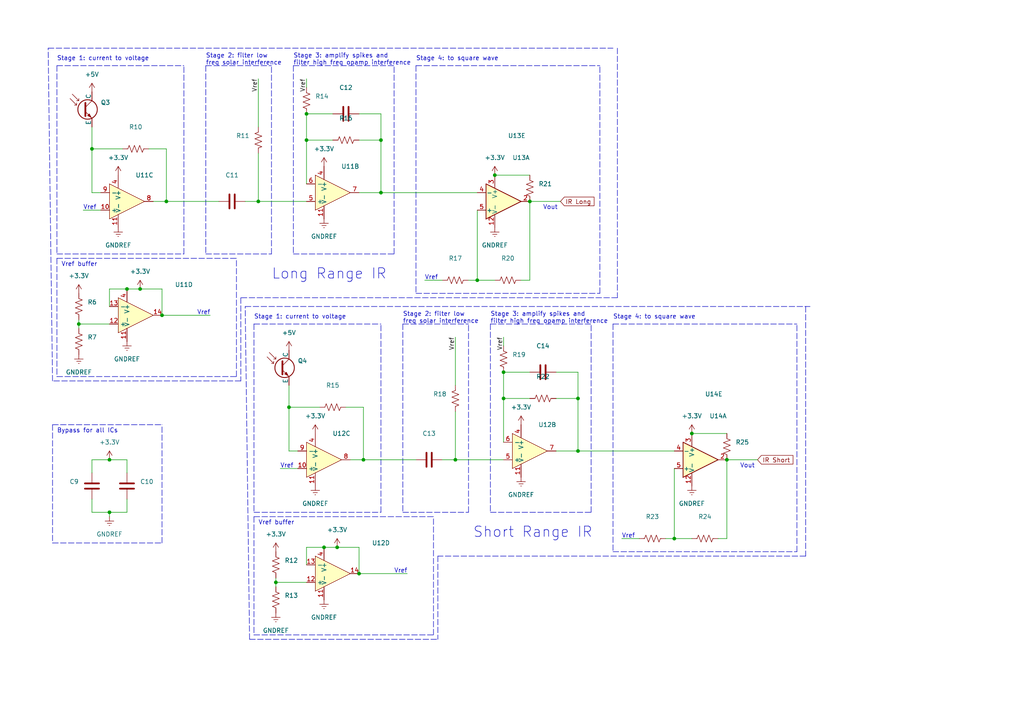
<source format=kicad_sch>
(kicad_sch (version 20211123) (generator eeschema)
  (paper "A4")
  (lib_symbols
    (symbol "ME218_BaseLib:Cap" (pin_numbers hide) (pin_names (offset 0.254))
      (property "Reference" "C" (at 0.635 2.54 0))
      (property "Value" "Cap" (at 0.635 -2.54 0))
      (symbol "Cap_0_1"
        (polyline (pts (xy -2.032 -0.762) (xy 2.032 -0.762)) (stroke (width 0.508)))
        (polyline (pts (xy -2.032 0.762) (xy 2.032 0.762)) (stroke (width 0.508)))
      )
      (symbol "Cap_1_1"
        (pin passive line (at 0 3.81 270) (length 2.794) (name "~") (number "1"))
        (pin passive line (at 0 -3.81 90) (length 2.794) (name "~") (number "2"))
      )
    )
    (symbol "ME218_BaseLib:LM339AN" (pin_names (offset 0.127))
      (property "Reference" "U" (at 0 5.08 0))
      (property "Value" "LM339AN" (at 0 -5.08 0))
      (symbol "LM339AN_1_1"
        (polyline (pts (xy -5.08 5.08) (xy 5.08 0) (xy -5.08 -5.08) (xy -5.08 5.08)) (stroke (width 0.254)) (fill (type background)))
        (pin open_collector line (at 7.62 0 180) (length 2.54) (name "~") (number "2"))
        (pin input line (at -7.62 -2.54 0) (length 2.54) (name "-") (number "4"))
        (pin input line (at -7.62 2.54 0) (length 2.54) (name "+") (number "5"))
      )
      (symbol "LM339AN_2_1"
        (polyline (pts (xy -5.08 5.08) (xy 5.08 0) (xy -5.08 -5.08) (xy -5.08 5.08)) (stroke (width 0.254)) (fill (type background)))
        (pin open_collector line (at 7.62 0 180) (length 2.54) (name "~") (number "1"))
        (pin input line (at -7.62 -2.54 0) (length 2.54) (name "-") (number "6"))
        (pin input line (at -7.62 2.54 0) (length 2.54) (name "+") (number "7"))
      )
      (symbol "LM339AN_3_1"
        (polyline (pts (xy -5.08 5.08) (xy 5.08 0) (xy -5.08 -5.08) (xy -5.08 5.08)) (stroke (width 0.254)) (fill (type background)))
        (pin input line (at -7.62 -2.54 0) (length 2.54) (name "-") (number "10"))
        (pin input line (at -7.62 2.54 0) (length 2.54) (name "+") (number "11"))
        (pin open_collector line (at 7.62 0 180) (length 2.54) (name "~") (number "13"))
      )
      (symbol "LM339AN_4_1"
        (polyline (pts (xy -5.08 5.08) (xy 5.08 0) (xy -5.08 -5.08) (xy -5.08 5.08)) (stroke (width 0.254)) (fill (type background)))
        (pin open_collector line (at 7.62 0 180) (length 2.54) (name "~") (number "14"))
        (pin input line (at -7.62 -2.54 0) (length 2.54) (name "-") (number "8"))
        (pin input line (at -7.62 2.54 0) (length 2.54) (name "+") (number "9"))
      )
      (symbol "LM339AN_5_1"
        (pin power_in line (at -2.54 -7.62 90) (length 3.81) (name "V-") (number "12"))
        (pin power_in line (at -2.54 7.62 270) (length 3.81) (name "V+") (number "3"))
      )
    )
    (symbol "ME218_BaseLib:MCP6294"
      (property "Reference" "U" (at 1.27 5.08 0))
      (property "Value" "MCP6294" (at 3.81 -5.08 0))
      (symbol "MCP6294_0_1"
        (polyline (pts (xy -5.08 5.08) (xy 5.08 0) (xy -5.08 -5.08) (xy -5.08 5.08)) (stroke (width 0.1524)) (fill (type background)))
        (pin power_in line (at -2.54 -7.62 90) (length 3.81) (name "V-") (number "11"))
        (pin power_in line (at -2.54 7.62 270) (length 3.81) (name "V+") (number "4"))
      )
      (symbol "MCP6294_1_1"
        (pin output line (at 7.62 0 180) (length 2.54) (name "~") (number "1"))
        (pin input line (at -7.62 2.54 0) (length 2.54) (name "-") (number "2"))
        (pin input line (at -7.62 -2.54 0) (length 2.54) (name "+") (number "3"))
      )
      (symbol "MCP6294_2_1"
        (pin input line (at -7.62 -2.54 0) (length 2.54) (name "+") (number "5"))
        (pin input line (at -7.62 2.54 0) (length 2.54) (name "-") (number "6"))
        (pin output line (at 7.62 0 180) (length 2.54) (name "~") (number "7"))
      )
      (symbol "MCP6294_3_1"
        (pin input line (at -7.62 -2.54 0) (length 2.54) (name "+") (number "10"))
        (pin output line (at 7.62 0 180) (length 2.54) (name "~") (number "8"))
        (pin input line (at -7.62 2.54 0) (length 2.54) (name "-") (number "9"))
      )
      (symbol "MCP6294_4_1"
        (pin input line (at -7.62 -2.54 0) (length 2.54) (name "+") (number "12"))
        (pin input line (at -7.62 2.54 0) (length 2.54) (name "-") (number "13"))
        (pin output line (at 7.62 0 180) (length 2.54) (name "~") (number "14"))
      )
    )
    (symbol "ME218_BaseLib:Photo_NPN" (pin_numbers hide) (pin_names (offset 0))
      (property "Reference" "Q" (at 5.08 1.27 0))
      (property "Value" "Photo_NPN" (at 5.08 -1.27 0))
      (symbol "Photo_NPN_0_1"
        (polyline (pts (xy -1.905 1.27) (xy -2.54 1.27)))
        (polyline (pts (xy -1.27 2.54) (xy -1.905 2.54)))
        (polyline (pts (xy 0.635 0.635) (xy 2.54 2.54)))
        (polyline (pts (xy -3.81 3.175) (xy -1.905 1.27) (xy -1.905 1.905)))
        (polyline (pts (xy -3.175 4.445) (xy -1.27 2.54) (xy -1.27 3.175)))
        (polyline (pts (xy 0.635 -0.635) (xy 2.54 -2.54) (xy 2.54 -2.54)))
        (polyline (pts (xy 0.635 1.905) (xy 0.635 -1.905) (xy 0.635 -1.905)) (stroke (width 0.508)))
        (polyline (pts (xy 1.27 -1.778) (xy 1.778 -1.27) (xy 2.286 -2.286) (xy 1.27 -1.778) (xy 1.27 -1.778)) (fill (type outline)))
        (circle (center 1.27 0) (radius 2.8194) (stroke (width 0.254)))
      )
      (symbol "Photo_NPN_1_1"
        (pin passive line (at 2.54 5.08 270) (length 2.54) (name "C") (number "1"))
        (pin passive line (at 2.54 -5.08 90) (length 2.54) (name "E") (number "2"))
      )
    )
    (symbol "ME218_BaseLib:Res1" (pin_numbers hide) (pin_names (offset 0))
      (property "Reference" "R" (at 2.54 0 90))
      (property "Value" "Res1" (at -2.54 0 90))
      (symbol "Res1_0_1"
        (polyline (pts (xy 0 -2.286) (xy 0 -2.54)))
        (polyline (pts (xy 0 2.286) (xy 0 2.54)))
        (polyline (pts (xy 0 -0.762) (xy 1.016 -1.143) (xy 0 -1.524) (xy -1.016 -1.905) (xy 0 -2.286)))
        (polyline (pts (xy 0 0.762) (xy 1.016 0.381) (xy 0 0) (xy -1.016 -0.381) (xy 0 -0.762)))
        (polyline (pts (xy 0 2.286) (xy 1.016 1.905) (xy 0 1.524) (xy -1.016 1.143) (xy 0 0.762)))
      )
      (symbol "Res1_1_1"
        (pin passive line (at 0 3.81 270) (length 1.27) (name "~") (number "1"))
        (pin passive line (at 0 -3.81 90) (length 1.27) (name "~") (number "2"))
      )
    )
    (symbol "power:+3.3V" (power) (pin_names (offset 0))
      (property "Value" "+3.3V" (at 0 3.556 0))
      (symbol "+3.3V_0_1"
        (polyline (pts (xy -0.762 1.27) (xy 0 2.54)))
        (polyline (pts (xy 0 0) (xy 0 2.54)))
        (polyline (pts (xy 0 2.54) (xy 0.762 1.27)))
      )
      (symbol "+3.3V_1_1"
        (pin power_in line (at 0 0 90) (length 0) hide (name "+3.3V") (number "1"))
      )
    )
    (symbol "power:+5V" (power) (pin_names (offset 0))
      (property "Value" "+5V" (at 0 3.556 0))
      (symbol "+5V_0_1"
        (polyline (pts (xy -0.762 1.27) (xy 0 2.54)))
        (polyline (pts (xy 0 0) (xy 0 2.54)))
        (polyline (pts (xy 0 2.54) (xy 0.762 1.27)))
      )
      (symbol "+5V_1_1"
        (pin power_in line (at 0 0 90) (length 0) hide (name "+5V") (number "1"))
      )
    )
    (symbol "power:GNDREF" (power) (pin_names (offset 0))
      (property "Value" "GNDREF" (at 0 -3.81 0))
      (symbol "GNDREF_0_1"
        (polyline (pts (xy -0.635 -1.905) (xy 0.635 -1.905)))
        (polyline (pts (xy -0.127 -2.54) (xy 0.127 -2.54)))
        (polyline (pts (xy 0 -1.27) (xy 0 0)))
        (polyline (pts (xy 1.27 -1.27) (xy -1.27 -1.27)))
      )
      (symbol "GNDREF_1_1"
        (pin power_in line (at 0 0 270) (length 0) hide (name "GNDREF") (number "1"))
      )
    )
  )
  (junction (at 200.66 125.73))
  (junction (at 110.49 55.88))
  (junction (at 143.51 50.8))
  (junction (at 195.58 156.21))
  (junction (at 46.99 91.44))
  (junction (at 40.64 83.82))
  (junction (at 138.43 81.28))
  (junction (at 80.01 168.91))
  (junction (at 74.93 58.42))
  (junction (at 110.49 40.64))
  (junction (at 167.64 115.57))
  (junction (at 105.41 133.35))
  (junction (at 22.86 93.98))
  (junction (at 146.05 107.95))
  (junction (at 104.14 166.37))
  (junction (at 97.79 158.75))
  (junction (at 83.82 118.11))
  (junction (at 36.83 83.82))
  (junction (at 210.82 133.35))
  (junction (at 167.64 130.81))
  (junction (at 146.05 115.57))
  (junction (at 153.67 58.42))
  (junction (at 31.75 133.35))
  (junction (at 88.9 40.64))
  (junction (at 48.26 58.42))
  (junction (at 132.08 133.35))
  (junction (at 26.67 43.18))
  (junction (at 31.75 148.59))
  (junction (at 93.98 158.75))
  (junction (at 88.9 33.02))
  (wire (pts (xy 74.93 58.42) (xy 88.9 58.42)))
  (polyline (pts (xy 16.51 73.66) (xy 53.34 73.66)))
  (wire (pts (xy 88.9 40.64) (xy 96.52 40.64)))
  (polyline (pts (xy 69.85 86.36) (xy 69.85 110.49)))
  (wire (pts (xy 31.75 83.82) (xy 36.83 83.82)))
  (wire (pts (xy 81.28 135.89) (xy 86.36 135.89)))
  (polyline (pts (xy 68.58 109.22) (xy 68.58 74.93)))
  (wire (pts (xy 105.41 118.11) (xy 105.41 133.35)))
  (polyline (pts (xy 116.84 93.98) (xy 116.84 148.59)))
  (wire (pts (xy 132.08 119.38) (xy 132.08 133.35)))
  (wire (pts (xy 97.79 158.75) (xy 104.14 158.75)))
  (polyline (pts (xy 73.66 149.86) (xy 125.73 149.86)))
  (wire (pts (xy 146.05 128.27) (xy 146.05 115.57)))
  (wire (pts (xy 128.27 133.35) (xy 132.08 133.35)))
  (wire (pts (xy 43.18 43.18) (xy 48.26 43.18)))
  (wire (pts (xy 161.29 115.57) (xy 167.64 115.57)))
  (polyline (pts (xy 15.24 123.19) (xy 15.24 157.48)))
  (polyline (pts (xy 142.24 93.98) (xy 142.24 148.59)))
  (polyline (pts (xy 142.24 93.98) (xy 171.45 93.98)))
  (polyline (pts (xy 53.34 73.66) (xy 53.34 19.05)))
  (wire (pts (xy 151.13 81.28) (xy 153.67 81.28)))
  (polyline (pts (xy 110.49 86.36) (xy 69.85 86.36)))
  (wire (pts (xy 110.49 55.88) (xy 138.43 55.88)))
  (wire (pts (xy 83.82 118.11) (xy 83.82 130.81)))
  (wire (pts (xy 80.01 167.64) (xy 80.01 168.91)))
  (wire (pts (xy 210.82 133.35) (xy 219.71 133.35)))
  (wire (pts (xy 26.67 148.59) (xy 31.75 148.59)))
  (wire (pts (xy 100.33 118.11) (xy 105.41 118.11)))
  (wire (pts (xy 83.82 130.81) (xy 86.36 130.81)))
  (wire (pts (xy 36.83 144.78) (xy 36.83 148.59)))
  (wire (pts (xy 104.14 158.75) (xy 104.14 166.37)))
  (wire (pts (xy 195.58 135.89) (xy 195.58 156.21)))
  (wire (pts (xy 26.67 36.83) (xy 26.67 43.18)))
  (polyline (pts (xy 173.99 85.09) (xy 173.99 19.05)))
  (polyline (pts (xy 233.68 161.29) (xy 127 161.29)))
  (wire (pts (xy 93.98 158.75) (xy 97.79 158.75)))
  (wire (pts (xy 31.75 88.9) (xy 31.75 83.82)))
  (polyline (pts (xy 72.39 185.42) (xy 127 185.42)))
  (wire (pts (xy 31.75 148.59) (xy 36.83 148.59)))
  (wire (pts (xy 153.67 58.42) (xy 153.67 81.28)))
  (polyline (pts (xy 73.66 93.98) (xy 73.66 148.59)))
  (polyline (pts (xy 16.51 19.05) (xy 16.51 73.66)))
  (wire (pts (xy 104.14 40.64) (xy 110.49 40.64)))
  (wire (pts (xy 143.51 50.8) (xy 153.67 50.8)))
  (polyline (pts (xy 85.09 19.05) (xy 114.3 19.05)))
  (polyline (pts (xy 16.51 74.93) (xy 16.51 109.22)))
  (polyline (pts (xy 85.09 19.05) (xy 85.09 73.66)))
  (polyline (pts (xy 16.51 74.93) (xy 68.58 74.93)))
  (wire (pts (xy 104.14 55.88) (xy 110.49 55.88)))
  (polyline (pts (xy 116.84 148.59) (xy 135.89 148.59)))
  (wire (pts (xy 210.82 133.35) (xy 210.82 156.21)))
  (polyline (pts (xy 59.69 19.05) (xy 59.69 73.66)))
  (wire (pts (xy 46.99 91.44) (xy 60.96 91.44)))
  (wire (pts (xy 22.86 93.98) (xy 22.86 95.25)))
  (polyline (pts (xy 120.65 19.05) (xy 173.99 19.05)))
  (polyline (pts (xy 135.89 148.59) (xy 135.89 93.98)))
  (wire (pts (xy 104.14 166.37) (xy 118.11 166.37)))
  (polyline (pts (xy 72.39 185.42) (xy 71.12 88.9)))
  (polyline (pts (xy 15.24 110.49) (xy 13.97 13.97)))
  (wire (pts (xy 74.93 44.45) (xy 74.93 58.42)))
  (wire (pts (xy 167.64 107.95) (xy 167.64 115.57)))
  (wire (pts (xy 88.9 158.75) (xy 93.98 158.75)))
  (wire (pts (xy 138.43 60.96) (xy 138.43 81.28)))
  (wire (pts (xy 31.75 149.86) (xy 31.75 148.59)))
  (wire (pts (xy 123.19 81.28) (xy 128.27 81.28)))
  (polyline (pts (xy 59.69 19.05) (xy 78.74 19.05)))
  (polyline (pts (xy 127 161.29) (xy 127 185.42)))
  (polyline (pts (xy 46.99 157.48) (xy 46.99 123.19)))
  (wire (pts (xy 200.66 125.73) (xy 210.82 125.73)))
  (wire (pts (xy 22.86 92.71) (xy 22.86 93.98)))
  (wire (pts (xy 132.08 97.79) (xy 132.08 111.76)))
  (wire (pts (xy 101.6 133.35) (xy 105.41 133.35)))
  (polyline (pts (xy 125.73 184.15) (xy 125.73 149.86)))
  (wire (pts (xy 26.67 55.88) (xy 29.21 55.88)))
  (wire (pts (xy 167.64 130.81) (xy 195.58 130.81)))
  (wire (pts (xy 26.67 43.18) (xy 35.56 43.18)))
  (polyline (pts (xy 179.07 86.36) (xy 109.22 86.36)))
  (polyline (pts (xy 177.8 93.98) (xy 231.14 93.98)))
  (wire (pts (xy 110.49 33.02) (xy 110.49 40.64)))
  (polyline (pts (xy 78.74 73.66) (xy 78.74 19.05)))
  (wire (pts (xy 167.64 115.57) (xy 167.64 130.81)))
  (polyline (pts (xy 120.65 19.05) (xy 120.65 85.09)))
  (polyline (pts (xy 142.24 148.59) (xy 171.45 148.59)))
  (polyline (pts (xy 73.66 93.98) (xy 110.49 93.98)))
  (wire (pts (xy 104.14 33.02) (xy 110.49 33.02)))
  (polyline (pts (xy 16.51 109.22) (xy 68.58 109.22)))
  (polyline (pts (xy 15.24 157.48) (xy 46.99 157.48)))
  (wire (pts (xy 146.05 107.95) (xy 146.05 115.57)))
  (wire (pts (xy 105.41 133.35) (xy 120.65 133.35)))
  (wire (pts (xy 26.67 144.78) (xy 26.67 148.59)))
  (polyline (pts (xy 231.14 160.02) (xy 231.14 93.98)))
  (polyline (pts (xy 171.45 148.59) (xy 171.45 93.98)))
  (polyline (pts (xy 71.12 88.9) (xy 234.95 88.9)))
  (wire (pts (xy 110.49 40.64) (xy 110.49 55.88)))
  (wire (pts (xy 48.26 58.42) (xy 63.5 58.42)))
  (wire (pts (xy 193.04 156.21) (xy 195.58 156.21)))
  (polyline (pts (xy 73.66 148.59) (xy 110.49 148.59)))
  (polyline (pts (xy 177.8 160.02) (xy 231.14 160.02)))
  (wire (pts (xy 135.89 81.28) (xy 138.43 81.28)))
  (wire (pts (xy 26.67 43.18) (xy 26.67 55.88)))
  (polyline (pts (xy 13.97 13.97) (xy 177.8 13.97)))
  (wire (pts (xy 88.9 163.83) (xy 88.9 158.75)))
  (polyline (pts (xy 177.8 93.98) (xy 177.8 160.02)))
  (polyline (pts (xy 179.07 13.97) (xy 179.07 86.36)))
  (polyline (pts (xy 69.85 110.49) (xy 15.24 110.49)))
  (wire (pts (xy 80.01 168.91) (xy 88.9 168.91)))
  (polyline (pts (xy 85.09 73.66) (xy 114.3 73.66)))
  (wire (pts (xy 195.58 156.21) (xy 200.66 156.21)))
  (wire (pts (xy 88.9 33.02) (xy 88.9 40.64)))
  (wire (pts (xy 88.9 53.34) (xy 88.9 40.64)))
  (wire (pts (xy 153.67 107.95) (xy 146.05 107.95)))
  (wire (pts (xy 24.13 60.96) (xy 29.21 60.96)))
  (wire (pts (xy 26.67 133.35) (xy 31.75 133.35)))
  (wire (pts (xy 36.83 83.82) (xy 40.64 83.82)))
  (wire (pts (xy 180.34 156.21) (xy 185.42 156.21)))
  (wire (pts (xy 132.08 133.35) (xy 146.05 133.35)))
  (wire (pts (xy 96.52 33.02) (xy 88.9 33.02)))
  (polyline (pts (xy 233.68 88.9) (xy 233.68 161.29)))
  (wire (pts (xy 48.26 43.18) (xy 48.26 58.42)))
  (wire (pts (xy 26.67 133.35) (xy 26.67 137.16)))
  (wire (pts (xy 146.05 97.79) (xy 146.05 100.33)))
  (wire (pts (xy 31.75 133.35) (xy 36.83 133.35)))
  (wire (pts (xy 46.99 83.82) (xy 46.99 91.44)))
  (wire (pts (xy 88.9 22.86) (xy 88.9 25.4)))
  (wire (pts (xy 83.82 111.76) (xy 83.82 118.11)))
  (wire (pts (xy 71.12 58.42) (xy 74.93 58.42)))
  (polyline (pts (xy 114.3 73.66) (xy 114.3 19.05)))
  (wire (pts (xy 44.45 58.42) (xy 48.26 58.42)))
  (wire (pts (xy 146.05 115.57) (xy 153.67 115.57)))
  (polyline (pts (xy 110.49 148.59) (xy 110.49 93.98)))
  (polyline (pts (xy 120.65 85.09) (xy 173.99 85.09)))
  (wire (pts (xy 40.64 83.82) (xy 46.99 83.82)))
  (polyline (pts (xy 73.66 184.15) (xy 125.73 184.15)))
  (polyline (pts (xy 16.51 19.05) (xy 53.34 19.05)))
  (wire (pts (xy 138.43 81.28) (xy 143.51 81.28)))
  (wire (pts (xy 161.29 130.81) (xy 167.64 130.81)))
  (wire (pts (xy 208.28 156.21) (xy 210.82 156.21)))
  (polyline (pts (xy 59.69 73.66) (xy 78.74 73.66)))
  (polyline (pts (xy 116.84 93.98) (xy 135.89 93.98)))
  (wire (pts (xy 74.93 22.86) (xy 74.93 36.83)))
  (polyline (pts (xy 73.66 149.86) (xy 73.66 184.15)))
  (wire (pts (xy 80.01 168.91) (xy 80.01 170.18)))
  (wire (pts (xy 83.82 118.11) (xy 92.71 118.11)))
  (polyline (pts (xy 15.24 123.19) (xy 46.99 123.19)))
  (wire (pts (xy 36.83 133.35) (xy 36.83 137.16)))
  (wire (pts (xy 22.86 93.98) (xy 31.75 93.98)))
  (wire (pts (xy 161.29 107.95) (xy 167.64 107.95)))
  (wire (pts (xy 153.67 58.42) (xy 162.56 58.42)))
  (text "Stage 3: amplify spikes and\nfilter high freq opamp interference" (at 142.24 93.98 0) (effects (font (size 1.27 1.27)) (justify left bottom)))
  (text "Vref" (at 114.3 166.37 0) (effects (font (size 1.27 1.27)) (justify left bottom)))
  (text "Vout" (at 157.48 60.96 0) (effects (font (size 1.27 1.27)) (justify left bottom)))
  (text "Stage 3: amplify spikes and\nfilter high freq opamp interference" (at 85.09 19.05 0) (effects (font (size 1.27 1.27)) (justify left bottom)))
  (text "Bypass for all ICs\n" (at 16.51 125.73 0) (effects (font (size 1.27 1.27)) (justify left bottom)))
  (text "Stage 4: to square wave" (at 177.8 92.71 0) (effects (font (size 1.27 1.27)) (justify left bottom)))
  (text "Short Range IR" (at 137.16 156.21 0) (effects (font (size 3 3)) (justify left bottom)))
  (text "Vref" (at 81.28 135.89 0) (effects (font (size 1.27 1.27)) (justify left bottom)))
  (text "Stage 1: current to voltage" (at 16.51 17.78 0) (effects (font (size 1.27 1.27)) (justify left bottom)))
  (text "Stage 2: filter low \nfreq solar interference" (at 59.69 19.05 0) (effects (font (size 1.27 1.27)) (justify left bottom)))
  (text "Stage 4: to square wave" (at 120.65 17.78 0) (effects (font (size 1.27 1.27)) (justify left bottom)))
  (text "Vref" (at 24.13 60.96 0) (effects (font (size 1.27 1.27)) (justify left bottom)))
  (text "Vref buffer" (at 17.78 77.47 0) (effects (font (size 1.27 1.27)) (justify left bottom)))
  (text "Vref buffer" (at 74.93 152.4 0) (effects (font (size 1.27 1.27)) (justify left bottom)))
  (text "Vref" (at 57.15 91.44 0) (effects (font (size 1.27 1.27)) (justify left bottom)))
  (text "Long Range IR" (at 78.74 81.28 0) (effects (font (size 3 3)) (justify left bottom)))
  (text "Stage 2: filter low \nfreq solar interference" (at 116.84 93.98 0) (effects (font (size 1.27 1.27)) (justify left bottom)))
  (text "Stage 1: current to voltage" (at 73.66 92.71 0) (effects (font (size 1.27 1.27)) (justify left bottom)))
  (text "Vref" (at 123.19 81.28 0) (effects (font (size 1.27 1.27)) (justify left bottom)))
  (text "Vref" (at 180.34 156.21 0) (effects (font (size 1.27 1.27)) (justify left bottom)))
  (text "Vout" (at 214.63 135.89 0) (effects (font (size 1.27 1.27)) (justify left bottom)))
  (label "Vref" (at 146.05 101.6 90))
  (label "Vref" (at 74.93 26.67 90))
  (label "Vref" (at 132.08 101.6 90))
  (label "Vref" (at 88.9 26.67 90))
  (global_label "IR Short" (shape input) (at 219.71 133.35 0) (property "Intersheet References" "${INTERSHEET_REFS}" (effects hide)))
  (global_label "IR Long" (shape input) (at 162.56 58.42 0) (property "Intersheet References" "${INTERSHEET_REFS}" (effects hide)))
  (symbol (lib_id "power:GNDREF") (at 93.98 173.99 0) (unit 1)
    (property "Reference" "#PWR055" (effects hide))
  )
  (symbol (lib_id "ME218_BaseLib:LM339AN") (at 203.2 133.35 0) (unit 5)
    (property "Reference" "U14" (at 204.47 114.3 0) (effects (justify left)))
  )
  (symbol (lib_id "ME218_BaseLib:Res1") (at 210.82 129.54 0) (unit 1)
    (property "Reference" "R25" (at 213.36 128.2699 0) (effects (justify left)))
  )
  (symbol (lib_id "power:GNDREF") (at 80.01 177.8 0) (unit 1)
    (property "Reference" "#PWR049" (effects hide))
  )
  (symbol (lib_id "ME218_BaseLib:Res1") (at 88.9 29.21 180) (unit 1)
    (property "Reference" "R14" (at 91.44 27.9399 0) (effects (justify right)))
  )
  (symbol (lib_id "power:+3.3V") (at 80.01 160.02 0) (unit 1)
    (property "Reference" "#PWR048" (effects hide))
  )
  (symbol (lib_id "power:+3.3V") (at 97.79 158.75 0) (unit 1)
    (property "Reference" "#PWR056" (effects hide))
  )
  (symbol (lib_id "ME218_BaseLib:Res1") (at 80.01 163.83 0) (unit 1)
    (property "Reference" "R12" (at 82.55 162.5599 0) (effects (justify left)))
  )
  (symbol (lib_id "ME218_BaseLib:Res1") (at 132.08 81.28 90) (unit 1)
    (property "Reference" "R17" (at 132.08 74.93 90))
  )
  (symbol (lib_id "power:+3.3V") (at 143.51 50.8 0) (unit 1)
    (property "Reference" "#PWR057" (effects hide))
  )
  (symbol (lib_id "power:+3.3V") (at 151.13 123.19 0) (unit 1)
    (property "Reference" "#PWR059" (effects hide))
  )
  (symbol (lib_id "ME218_BaseLib:MCP6294") (at 36.83 58.42 0) (unit 3)
    (property "Reference" "U11" (at 41.91 50.8 0))
  )
  (symbol (lib_id "power:+3.3V") (at 31.75 133.35 0) (unit 1)
    (property "Reference" "#PWR042" (effects hide))
  )
  (symbol (lib_id "power:+3.3V") (at 40.64 83.82 0) (unit 1)
    (property "Reference" "#PWR047" (effects hide))
  )
  (symbol (lib_id "ME218_BaseLib:Cap") (at 124.46 133.35 90) (unit 1)
    (property "Reference" "C13" (at 124.46 125.73 90))
  )
  (symbol (lib_id "ME218_BaseLib:Cap") (at 157.48 107.95 90) (unit 1)
    (property "Reference" "C14" (at 157.48 100.33 90))
  )
  (symbol (lib_id "power:GNDREF") (at 36.83 99.06 0) (unit 1)
    (property "Reference" "#PWR046" (effects hide))
  )
  (symbol (lib_id "power:GNDREF") (at 151.13 138.43 0) (unit 1)
    (property "Reference" "#PWR060" (effects hide))
  )
  (symbol (lib_id "ME218_BaseLib:Res1") (at 153.67 54.61 0) (unit 1)
    (property "Reference" "R21" (at 156.21 53.3399 0) (effects (justify left)))
  )
  (symbol (lib_id "ME218_BaseLib:Photo_NPN") (at 24.13 31.75 0) (unit 1)
    (property "Reference" "Q3" (at 29.21 29.7306 0) (effects (justify left)))
  )
  (symbol (lib_id "ME218_BaseLib:Res1") (at 96.52 118.11 90) (unit 1)
    (property "Reference" "R15" (at 96.52 111.76 90))
  )
  (symbol (lib_id "power:+3.3V") (at 200.66 125.73 0) (unit 1)
    (property "Reference" "#PWR061" (effects hide))
  )
  (symbol (lib_id "ME218_BaseLib:LM339AN") (at 146.05 58.42 0) (mirror x) (unit 1)
    (property "Reference" "U13" (at 151.13 45.72 0))
  )
  (symbol (lib_id "power:GNDREF") (at 143.51 66.04 0) (unit 1)
    (property "Reference" "#PWR058" (effects hide))
  )
  (symbol (lib_id "ME218_BaseLib:Cap") (at 100.33 33.02 90) (unit 1)
    (property "Reference" "C12" (at 100.33 25.4 90))
  )
  (symbol (lib_id "ME218_BaseLib:MCP6294") (at 96.52 55.88 0) (unit 2)
    (property "Reference" "U11" (at 101.6 48.26 0))
  )
  (symbol (lib_id "power:+5V") (at 26.67 26.67 0) (unit 1)
    (property "Reference" "#PWR041" (effects hide))
  )
  (symbol (lib_id "ME218_BaseLib:MCP6294") (at 93.98 133.35 0) (unit 3)
    (property "Reference" "U12" (at 99.06 125.73 0))
  )
  (symbol (lib_id "ME218_BaseLib:Res1") (at 147.32 81.28 90) (unit 1)
    (property "Reference" "R20" (at 147.32 74.93 90))
  )
  (symbol (lib_id "ME218_BaseLib:Res1") (at 157.48 115.57 90) (unit 1)
    (property "Reference" "R22" (at 157.48 109.22 90))
  )
  (symbol (lib_id "ME218_BaseLib:MCP6294") (at 153.67 130.81 0) (unit 2)
    (property "Reference" "U12" (at 158.75 123.19 0))
  )
  (symbol (lib_id "power:+5V") (at 83.82 101.6 0) (unit 1)
    (property "Reference" "#PWR050" (effects hide))
  )
  (symbol (lib_id "ME218_BaseLib:Res1") (at 100.33 40.64 90) (unit 1)
    (property "Reference" "R16" (at 100.33 34.29 90))
  )
  (symbol (lib_id "ME218_BaseLib:Res1") (at 22.86 99.06 0) (unit 1)
    (property "Reference" "R7" (at 25.4 97.7899 0) (effects (justify left)))
  )
  (symbol (lib_id "power:GNDREF") (at 31.75 149.86 0) (unit 1)
    (property "Reference" "#PWR043" (effects hide))
  )
  (symbol (lib_id "power:GNDREF") (at 91.44 140.97 0) (unit 1)
    (property "Reference" "#PWR052" (effects hide))
  )
  (symbol (lib_id "ME218_BaseLib:Res1") (at 39.37 43.18 90) (unit 1)
    (property "Reference" "R10" (at 39.37 36.83 90))
  )
  (symbol (lib_id "ME218_BaseLib:Res1") (at 80.01 173.99 0) (unit 1)
    (property "Reference" "R13" (at 82.55 172.7199 0) (effects (justify left)))
  )
  (symbol (lib_id "ME218_BaseLib:MCP6294") (at 39.37 91.44 0) (unit 4)
    (property "Reference" "U11" (at 53.34 82.55 0))
  )
  (symbol (lib_id "ME218_BaseLib:Res1") (at 204.47 156.21 90) (unit 1)
    (property "Reference" "R24" (at 204.47 149.86 90))
  )
  (symbol (lib_id "power:+3.3V") (at 91.44 125.73 0) (unit 1)
    (property "Reference" "#PWR051" (effects hide))
  )
  (symbol (lib_id "ME218_BaseLib:Cap") (at 26.67 140.97 0) (unit 1)
    (property "Reference" "C9" (at 22.86 139.6999 0) (effects (justify right)))
  )
  (symbol (lib_id "ME218_BaseLib:Res1") (at 146.05 104.14 180) (unit 1)
    (property "Reference" "R19" (at 148.59 102.8699 0) (effects (justify right)))
  )
  (symbol (lib_id "ME218_BaseLib:MCP6294") (at 96.52 166.37 0) (unit 4)
    (property "Reference" "U12" (at 110.49 157.48 0))
  )
  (symbol (lib_id "power:GNDREF") (at 93.98 63.5 0) (unit 1)
    (property "Reference" "#PWR054" (effects hide))
  )
  (symbol (lib_id "ME218_BaseLib:Res1") (at 189.23 156.21 90) (unit 1)
    (property "Reference" "R23" (at 189.23 149.86 90))
  )
  (symbol (lib_id "ME218_BaseLib:Res1") (at 74.93 40.64 0) (mirror x) (unit 1)
    (property "Reference" "R11" (at 72.39 39.3699 0) (effects (justify right)))
  )
  (symbol (lib_id "power:+3.3V") (at 22.86 85.09 0) (unit 1)
    (property "Reference" "#PWR039" (effects hide))
  )
  (symbol (lib_id "ME218_BaseLib:Photo_NPN") (at 81.28 106.68 0) (unit 1)
    (property "Reference" "Q4" (at 86.36 104.6606 0) (effects (justify left)))
  )
  (symbol (lib_id "power:+3.3V") (at 34.29 50.8 0) (unit 1)
    (property "Reference" "#PWR044" (effects hide))
  )
  (symbol (lib_id "power:GNDREF") (at 34.29 66.04 0) (unit 1)
    (property "Reference" "#PWR045" (effects hide))
  )
  (symbol (lib_id "power:+3.3V") (at 93.98 48.26 0) (unit 1)
    (property "Reference" "#PWR053" (effects hide))
  )
  (symbol (lib_id "power:GNDREF") (at 22.86 102.87 0) (unit 1)
    (property "Reference" "#PWR040" (effects hide))
  )
  (symbol (lib_id "power:GNDREF") (at 200.66 140.97 0) (unit 1)
    (property "Reference" "#PWR062" (effects hide))
  )
  (symbol (lib_id "ME218_BaseLib:Res1") (at 132.08 115.57 0) (mirror x) (unit 1)
    (property "Reference" "R18" (at 129.54 114.2999 0) (effects (justify right)))
  )
  (symbol (lib_id "ME218_BaseLib:LM339AN") (at 146.05 58.42 0) (unit 5)
    (property "Reference" "U13" (at 147.32 39.37 0) (effects (justify left)))
  )
  (symbol (lib_id "ME218_BaseLib:Cap") (at 36.83 140.97 0) (mirror y) (unit 1)
    (property "Reference" "C10" (at 40.64 139.6999 0) (effects (justify right)))
  )
  (symbol (lib_id "ME218_BaseLib:Cap") (at 67.31 58.42 90) (unit 1)
    (property "Reference" "C11" (at 67.31 50.8 90))
  )
  (symbol (lib_id "ME218_BaseLib:LM339AN") (at 203.2 133.35 0) (mirror x) (unit 1)
    (property "Reference" "U14" (at 208.28 120.65 0))
  )
  (symbol (lib_id "ME218_BaseLib:Res1") (at 22.86 88.9 0) (unit 1)
    (property "Reference" "R6" (at 25.4 87.6299 0) (effects (justify left)))
  )
)
</source>
